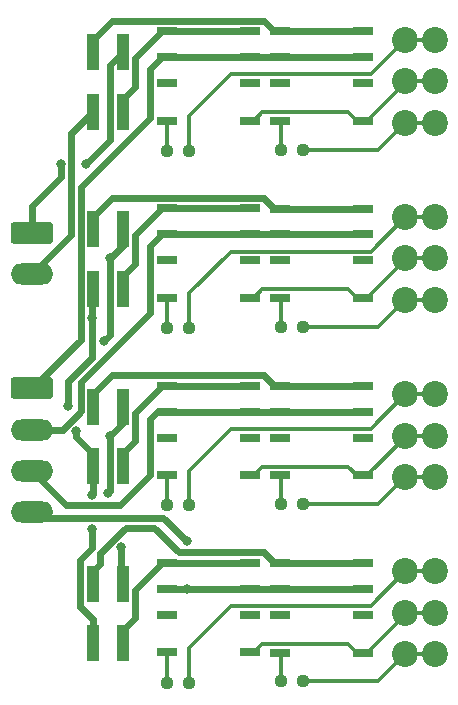
<source format=gbr>
%TF.GenerationSoftware,KiCad,Pcbnew,8.0.8*%
%TF.CreationDate,2025-02-08T13:09:18+01:00*%
%TF.ProjectId,Mk2-relayExtension,4d6b322d-7265-46c6-9179-457874656e73,rev?*%
%TF.SameCoordinates,Original*%
%TF.FileFunction,Copper,L1,Top*%
%TF.FilePolarity,Positive*%
%FSLAX46Y46*%
G04 Gerber Fmt 4.6, Leading zero omitted, Abs format (unit mm)*
G04 Created by KiCad (PCBNEW 8.0.8) date 2025-02-08 13:09:18*
%MOMM*%
%LPD*%
G01*
G04 APERTURE LIST*
G04 Aperture macros list*
%AMRoundRect*
0 Rectangle with rounded corners*
0 $1 Rounding radius*
0 $2 $3 $4 $5 $6 $7 $8 $9 X,Y pos of 4 corners*
0 Add a 4 corners polygon primitive as box body*
4,1,4,$2,$3,$4,$5,$6,$7,$8,$9,$2,$3,0*
0 Add four circle primitives for the rounded corners*
1,1,$1+$1,$2,$3*
1,1,$1+$1,$4,$5*
1,1,$1+$1,$6,$7*
1,1,$1+$1,$8,$9*
0 Add four rect primitives between the rounded corners*
20,1,$1+$1,$2,$3,$4,$5,0*
20,1,$1+$1,$4,$5,$6,$7,0*
20,1,$1+$1,$6,$7,$8,$9,0*
20,1,$1+$1,$8,$9,$2,$3,0*%
G04 Aperture macros list end*
%TA.AperFunction,SMDPad,CuDef*%
%ADD10R,1.800000X0.800000*%
%TD*%
%TA.AperFunction,ComponentPad*%
%ADD11C,2.200000*%
%TD*%
%TA.AperFunction,SMDPad,CuDef*%
%ADD12RoundRect,0.237500X-0.250000X-0.237500X0.250000X-0.237500X0.250000X0.237500X-0.250000X0.237500X0*%
%TD*%
%TA.AperFunction,SMDPad,CuDef*%
%ADD13R,1.000000X3.150000*%
%TD*%
%TA.AperFunction,ComponentPad*%
%ADD14RoundRect,0.250000X-1.550000X0.650000X-1.550000X-0.650000X1.550000X-0.650000X1.550000X0.650000X0*%
%TD*%
%TA.AperFunction,ComponentPad*%
%ADD15O,3.600000X1.800000*%
%TD*%
%TA.AperFunction,ViaPad*%
%ADD16C,0.800000*%
%TD*%
%TA.AperFunction,Conductor*%
%ADD17C,0.300000*%
%TD*%
%TA.AperFunction,Conductor*%
%ADD18C,0.600000*%
%TD*%
G04 APERTURE END LIST*
D10*
%TO.P,K701,1*%
%TO.N,+12V*%
X223337000Y-131858000D03*
%TO.P,K701,2*%
%TO.N,unconnected-(K701-Pad2)*%
X223337000Y-128658000D03*
%TO.P,K701,3*%
%TO.N,/frog/Frog4*%
X223337000Y-126458000D03*
%TO.P,K701,4*%
%TO.N,Net-(J701-Pin_3)*%
X223337000Y-124258000D03*
%TO.P,K701,5*%
X216337000Y-124258000D03*
%TO.P,K701,6*%
%TO.N,/frog/Frog4*%
X216337000Y-126458000D03*
%TO.P,K701,7*%
%TO.N,unconnected-(K701-Pad7)*%
X216337000Y-128658000D03*
%TO.P,K701,8*%
%TO.N,Net-(K701-Pad8)*%
X216337000Y-131858000D03*
%TD*%
D11*
%TO.P,J702,1,Pin_1*%
%TO.N,/relay4/Coil2*%
X236500000Y-125000000D03*
X239000000Y-125000000D03*
%TO.P,J702,2,Pin_2*%
%TO.N,+12V*%
X236500000Y-128500000D03*
X239000000Y-128500000D03*
%TO.P,J702,3,Pin_3*%
%TO.N,/relay4/Coil1*%
X236500000Y-132000000D03*
X239000000Y-132000000D03*
%TD*%
D12*
%TO.P,R302,1*%
%TO.N,Net-(K301-Pad8)*%
X216384500Y-104408000D03*
%TO.P,R302,2*%
%TO.N,/relay2/Coil2*%
X218209500Y-104408000D03*
%TD*%
D13*
%TO.P,J701,1,Pin_1*%
%TO.N,DCC_A*%
X210058000Y-131091000D03*
%TO.P,J701,2,Pin_2*%
%TO.N,Net-(J701-Pin_2)*%
X210058000Y-126041000D03*
%TO.P,J701,3,Pin_3*%
%TO.N,Net-(J701-Pin_3)*%
X212598000Y-131091000D03*
%TO.P,J701,4,Pin_4*%
%TO.N,DCC_B*%
X212598000Y-126041000D03*
%TD*%
D12*
%TO.P,R701,1*%
%TO.N,Net-(K702-Pad8)*%
X226036500Y-134281000D03*
%TO.P,R701,2*%
%TO.N,/relay4/Coil1*%
X227861500Y-134281000D03*
%TD*%
D10*
%TO.P,K502,1*%
%TO.N,+12V*%
X232933000Y-116868000D03*
%TO.P,K502,2*%
%TO.N,unconnected-(K502-Pad2)*%
X232933000Y-113668000D03*
%TO.P,K502,3*%
%TO.N,/frog/Frog3*%
X232933000Y-111468000D03*
%TO.P,K502,4*%
%TO.N,Net-(J501-Pin_2)*%
X232933000Y-109268000D03*
%TO.P,K502,5*%
X225933000Y-109268000D03*
%TO.P,K502,6*%
%TO.N,/frog/Frog3*%
X225933000Y-111468000D03*
%TO.P,K502,7*%
%TO.N,unconnected-(K502-Pad7)*%
X225933000Y-113668000D03*
%TO.P,K502,8*%
%TO.N,Net-(K502-Pad8)*%
X225933000Y-116868000D03*
%TD*%
D14*
%TO.P,J401,1,Pin_1*%
%TO.N,/frog/Frog1*%
X204932500Y-109500000D03*
D15*
%TO.P,J401,2,Pin_2*%
%TO.N,/frog/Frog2*%
X204932500Y-113000000D03*
%TO.P,J401,3,Pin_3*%
%TO.N,/frog/Frog3*%
X204932500Y-116500000D03*
%TO.P,J401,4,Pin_4*%
%TO.N,/frog/Frog4*%
X204932500Y-120000000D03*
%TD*%
D10*
%TO.P,K501,1*%
%TO.N,+12V*%
X223337000Y-116858000D03*
%TO.P,K501,2*%
%TO.N,unconnected-(K501-Pad2)*%
X223337000Y-113658000D03*
%TO.P,K501,3*%
%TO.N,/frog/Frog3*%
X223337000Y-111458000D03*
%TO.P,K501,4*%
%TO.N,Net-(J501-Pin_3)*%
X223337000Y-109258000D03*
%TO.P,K501,5*%
X216337000Y-109258000D03*
%TO.P,K501,6*%
%TO.N,/frog/Frog3*%
X216337000Y-111458000D03*
%TO.P,K501,7*%
%TO.N,unconnected-(K501-Pad7)*%
X216337000Y-113658000D03*
%TO.P,K501,8*%
%TO.N,Net-(K501-Pad8)*%
X216337000Y-116858000D03*
%TD*%
D14*
%TO.P,J601,1,Pin_1*%
%TO.N,DCC_B*%
X204932500Y-96305000D03*
D15*
%TO.P,J601,2,Pin_2*%
%TO.N,DCC_A*%
X204932500Y-99805000D03*
%TD*%
D12*
%TO.P,R501,1*%
%TO.N,Net-(K502-Pad8)*%
X226036500Y-119281000D03*
%TO.P,R501,2*%
%TO.N,/relay3/Coil1*%
X227861500Y-119281000D03*
%TD*%
%TO.P,R202,1*%
%TO.N,Net-(K201-Pad8)*%
X216384500Y-89408000D03*
%TO.P,R202,2*%
%TO.N,/relay1/Coil2*%
X218209500Y-89408000D03*
%TD*%
D10*
%TO.P,K202,1*%
%TO.N,+12V*%
X232933000Y-86868000D03*
%TO.P,K202,2*%
%TO.N,unconnected-(K202-Pad2)*%
X232933000Y-83668000D03*
%TO.P,K202,3*%
%TO.N,/frog/Frog1*%
X232933000Y-81468000D03*
%TO.P,K202,4*%
%TO.N,Net-(J201-Pin_2)*%
X232933000Y-79268000D03*
%TO.P,K202,5*%
X225933000Y-79268000D03*
%TO.P,K202,6*%
%TO.N,/frog/Frog1*%
X225933000Y-81468000D03*
%TO.P,K202,7*%
%TO.N,unconnected-(K202-Pad7)*%
X225933000Y-83668000D03*
%TO.P,K202,8*%
%TO.N,Net-(K202-Pad8)*%
X225933000Y-86868000D03*
%TD*%
D12*
%TO.P,R301,1*%
%TO.N,Net-(K302-Pad8)*%
X226036500Y-104281000D03*
%TO.P,R301,2*%
%TO.N,/relay2/Coil1*%
X227861500Y-104281000D03*
%TD*%
D10*
%TO.P,K301,1*%
%TO.N,+12V*%
X223337000Y-101858000D03*
%TO.P,K301,2*%
%TO.N,unconnected-(K301-Pad2)*%
X223337000Y-98658000D03*
%TO.P,K301,3*%
%TO.N,/frog/Frog2*%
X223337000Y-96458000D03*
%TO.P,K301,4*%
%TO.N,Net-(J301-Pin_3)*%
X223337000Y-94258000D03*
%TO.P,K301,5*%
X216337000Y-94258000D03*
%TO.P,K301,6*%
%TO.N,/frog/Frog2*%
X216337000Y-96458000D03*
%TO.P,K301,7*%
%TO.N,unconnected-(K301-Pad7)*%
X216337000Y-98658000D03*
%TO.P,K301,8*%
%TO.N,Net-(K301-Pad8)*%
X216337000Y-101858000D03*
%TD*%
D13*
%TO.P,J501,1,Pin_1*%
%TO.N,DCC_A*%
X210058000Y-116091000D03*
%TO.P,J501,2,Pin_2*%
%TO.N,Net-(J501-Pin_2)*%
X210058000Y-111041000D03*
%TO.P,J501,3,Pin_3*%
%TO.N,Net-(J501-Pin_3)*%
X212598000Y-116091000D03*
%TO.P,J501,4,Pin_4*%
%TO.N,DCC_B*%
X212598000Y-111041000D03*
%TD*%
D11*
%TO.P,J302,1,Pin_1*%
%TO.N,/relay2/Coil2*%
X236500000Y-95000000D03*
X239000000Y-95000000D03*
%TO.P,J302,2,Pin_2*%
%TO.N,+12V*%
X236500000Y-98500000D03*
X239000000Y-98500000D03*
%TO.P,J302,3,Pin_3*%
%TO.N,/relay2/Coil1*%
X236500000Y-102000000D03*
X239000000Y-102000000D03*
%TD*%
D10*
%TO.P,K702,1*%
%TO.N,+12V*%
X232933000Y-131868000D03*
%TO.P,K702,2*%
%TO.N,unconnected-(K702-Pad2)*%
X232933000Y-128668000D03*
%TO.P,K702,3*%
%TO.N,/frog/Frog4*%
X232933000Y-126468000D03*
%TO.P,K702,4*%
%TO.N,Net-(J701-Pin_2)*%
X232933000Y-124268000D03*
%TO.P,K702,5*%
X225933000Y-124268000D03*
%TO.P,K702,6*%
%TO.N,/frog/Frog4*%
X225933000Y-126468000D03*
%TO.P,K702,7*%
%TO.N,unconnected-(K702-Pad7)*%
X225933000Y-128668000D03*
%TO.P,K702,8*%
%TO.N,Net-(K702-Pad8)*%
X225933000Y-131868000D03*
%TD*%
D13*
%TO.P,J201,1,Pin_1*%
%TO.N,DCC_A*%
X210058000Y-86091000D03*
%TO.P,J201,2,Pin_2*%
%TO.N,Net-(J201-Pin_2)*%
X210058000Y-81041000D03*
%TO.P,J201,3,Pin_3*%
%TO.N,Net-(J201-Pin_3)*%
X212598000Y-86091000D03*
%TO.P,J201,4,Pin_4*%
%TO.N,DCC_B*%
X212598000Y-81041000D03*
%TD*%
%TO.P,J301,1,Pin_1*%
%TO.N,DCC_A*%
X210058000Y-101091000D03*
%TO.P,J301,2,Pin_2*%
%TO.N,Net-(J301-Pin_2)*%
X210058000Y-96041000D03*
%TO.P,J301,3,Pin_3*%
%TO.N,Net-(J301-Pin_3)*%
X212598000Y-101091000D03*
%TO.P,J301,4,Pin_4*%
%TO.N,DCC_B*%
X212598000Y-96041000D03*
%TD*%
D11*
%TO.P,J502,1,Pin_1*%
%TO.N,/relay3/Coil2*%
X236500000Y-110000000D03*
X239000000Y-110000000D03*
%TO.P,J502,2,Pin_2*%
%TO.N,+12V*%
X236500000Y-113500000D03*
X239000000Y-113500000D03*
%TO.P,J502,3,Pin_3*%
%TO.N,/relay3/Coil1*%
X236500000Y-117000000D03*
X239000000Y-117000000D03*
%TD*%
D10*
%TO.P,K201,1*%
%TO.N,+12V*%
X223337000Y-86858000D03*
%TO.P,K201,2*%
%TO.N,unconnected-(K201-Pad2)*%
X223337000Y-83658000D03*
%TO.P,K201,3*%
%TO.N,/frog/Frog1*%
X223337000Y-81458000D03*
%TO.P,K201,4*%
%TO.N,Net-(J201-Pin_3)*%
X223337000Y-79258000D03*
%TO.P,K201,5*%
X216337000Y-79258000D03*
%TO.P,K201,6*%
%TO.N,/frog/Frog1*%
X216337000Y-81458000D03*
%TO.P,K201,7*%
%TO.N,unconnected-(K201-Pad7)*%
X216337000Y-83658000D03*
%TO.P,K201,8*%
%TO.N,Net-(K201-Pad8)*%
X216337000Y-86858000D03*
%TD*%
D12*
%TO.P,R201,1*%
%TO.N,Net-(K202-Pad8)*%
X226036500Y-89281000D03*
%TO.P,R201,2*%
%TO.N,/relay1/Coil1*%
X227861500Y-89281000D03*
%TD*%
%TO.P,R502,1*%
%TO.N,Net-(K501-Pad8)*%
X216384500Y-119408000D03*
%TO.P,R502,2*%
%TO.N,/relay3/Coil2*%
X218209500Y-119408000D03*
%TD*%
D11*
%TO.P,J202,1,Pin_1*%
%TO.N,/relay1/Coil2*%
X236500000Y-80000000D03*
X239000000Y-80000000D03*
%TO.P,J202,2,Pin_2*%
%TO.N,+12V*%
X236500000Y-83500000D03*
X239000000Y-83500000D03*
%TO.P,J202,3,Pin_3*%
%TO.N,/relay1/Coil1*%
X236500000Y-87000000D03*
X239000000Y-87000000D03*
%TD*%
D12*
%TO.P,R702,1*%
%TO.N,Net-(K701-Pad8)*%
X216384500Y-134408000D03*
%TO.P,R702,2*%
%TO.N,/relay4/Coil2*%
X218209500Y-134408000D03*
%TD*%
D10*
%TO.P,K302,1*%
%TO.N,+12V*%
X232933000Y-101868000D03*
%TO.P,K302,2*%
%TO.N,unconnected-(K302-Pad2)*%
X232933000Y-98668000D03*
%TO.P,K302,3*%
%TO.N,/frog/Frog2*%
X232933000Y-96468000D03*
%TO.P,K302,4*%
%TO.N,Net-(J301-Pin_2)*%
X232933000Y-94268000D03*
%TO.P,K302,5*%
X225933000Y-94268000D03*
%TO.P,K302,6*%
%TO.N,/frog/Frog2*%
X225933000Y-96468000D03*
%TO.P,K302,7*%
%TO.N,unconnected-(K302-Pad7)*%
X225933000Y-98668000D03*
%TO.P,K302,8*%
%TO.N,Net-(K302-Pad8)*%
X225933000Y-101868000D03*
%TD*%
D16*
%TO.N,DCC_A*%
X208000000Y-111000000D03*
X210000000Y-118500000D03*
X208636397Y-113136397D03*
X210000000Y-121400000D03*
X210000000Y-103500000D03*
%TO.N,DCC_B*%
X211000000Y-105500000D03*
X211328000Y-118364000D03*
X209500000Y-90500000D03*
X211500000Y-98500000D03*
X212481582Y-122946582D03*
X211500000Y-113500000D03*
X207358000Y-90500000D03*
%TO.N,/frog/Frog4*%
X218000000Y-126468000D03*
X218000000Y-122458000D03*
%TD*%
D17*
%TO.N,/relay1/Coil2*%
X239000000Y-80000000D02*
X236500000Y-80000000D01*
X218209500Y-89408000D02*
X218209500Y-86463500D01*
X233592000Y-82908000D02*
X236500000Y-80000000D01*
X218209500Y-86463500D02*
X221765000Y-82908000D01*
X221765000Y-82908000D02*
X233592000Y-82908000D01*
%TO.N,/relay1/Coil1*%
X239000000Y-87000000D02*
X236500000Y-87000000D01*
X227861500Y-89281000D02*
X234219000Y-89281000D01*
X234219000Y-89281000D02*
X236500000Y-87000000D01*
%TO.N,+12V*%
X233299000Y-116868000D02*
X236500000Y-113667000D01*
X231660000Y-116118000D02*
X224427500Y-116118000D01*
X231660000Y-101118000D02*
X224427500Y-101118000D01*
X232410000Y-86868000D02*
X231660000Y-86118000D01*
X232933000Y-86868000D02*
X232410000Y-86868000D01*
X223687500Y-86858000D02*
X223337000Y-86858000D01*
X233299000Y-101868000D02*
X236500000Y-98667000D01*
X233299000Y-131868000D02*
X236500000Y-128667000D01*
X224427500Y-116118000D02*
X223687500Y-116858000D01*
X239000000Y-83500000D02*
X236500000Y-83500000D01*
X236500000Y-83667000D02*
X236500000Y-83500000D01*
X236500000Y-98667000D02*
X236500000Y-98500000D01*
X224427500Y-131118000D02*
X223687500Y-131858000D01*
X232933000Y-86868000D02*
X233299000Y-86868000D01*
X231660000Y-131118000D02*
X224427500Y-131118000D01*
X239000000Y-98500000D02*
X236500000Y-98500000D01*
X231660000Y-86118000D02*
X224427500Y-86118000D01*
X224427500Y-101118000D02*
X223687500Y-101858000D01*
X232933000Y-131868000D02*
X233299000Y-131868000D01*
X232410000Y-131868000D02*
X231660000Y-131118000D01*
X232933000Y-116868000D02*
X233299000Y-116868000D01*
X232410000Y-101868000D02*
X231660000Y-101118000D01*
X236500000Y-128667000D02*
X236500000Y-128500000D01*
X232933000Y-101868000D02*
X232410000Y-101868000D01*
X232410000Y-116868000D02*
X231660000Y-116118000D01*
X223687500Y-116858000D02*
X223337000Y-116858000D01*
X223687500Y-101858000D02*
X223337000Y-101858000D01*
X239000000Y-128500000D02*
X236500000Y-128500000D01*
X224427500Y-86118000D02*
X223687500Y-86858000D01*
X232933000Y-116868000D02*
X232410000Y-116868000D01*
X232933000Y-101868000D02*
X233299000Y-101868000D01*
X223687500Y-131858000D02*
X223337000Y-131858000D01*
X232933000Y-131868000D02*
X232410000Y-131868000D01*
X236500000Y-113667000D02*
X236500000Y-113500000D01*
X239000000Y-113500000D02*
X236500000Y-113500000D01*
X233299000Y-86868000D02*
X236500000Y-83667000D01*
%TO.N,/relay2/Coil2*%
X218209500Y-101463500D02*
X221765000Y-97908000D01*
X233592000Y-97908000D02*
X236500000Y-95000000D01*
X218209500Y-104408000D02*
X218209500Y-101463500D01*
X239000000Y-95000000D02*
X236500000Y-95000000D01*
X221765000Y-97908000D02*
X233592000Y-97908000D01*
%TO.N,/relay2/Coil1*%
X227861500Y-104281000D02*
X234219000Y-104281000D01*
X239000000Y-102000000D02*
X236500000Y-102000000D01*
X234219000Y-104281000D02*
X236500000Y-102000000D01*
%TO.N,/relay3/Coil1*%
X227861500Y-119281000D02*
X234219000Y-119281000D01*
X234219000Y-119281000D02*
X236500000Y-117000000D01*
X239000000Y-117000000D02*
X236500000Y-117000000D01*
%TO.N,/relay3/Coil2*%
X218209500Y-116463500D02*
X221765000Y-112908000D01*
X221765000Y-112908000D02*
X233592000Y-112908000D01*
X218209500Y-119408000D02*
X218209500Y-116463500D01*
X233592000Y-112908000D02*
X236500000Y-110000000D01*
X239000000Y-110000000D02*
X236500000Y-110000000D01*
%TO.N,/relay4/Coil1*%
X227861500Y-134281000D02*
X234219000Y-134281000D01*
X239000000Y-132000000D02*
X236500000Y-132000000D01*
X234219000Y-134281000D02*
X236500000Y-132000000D01*
%TO.N,/relay4/Coil2*%
X239000000Y-125000000D02*
X236500000Y-125000000D01*
X218209500Y-134408000D02*
X218209500Y-131463500D01*
X221765000Y-127908000D02*
X233592000Y-127908000D01*
X218209500Y-131463500D02*
X221765000Y-127908000D01*
X233592000Y-127908000D02*
X236500000Y-125000000D01*
D18*
%TO.N,Net-(J201-Pin_3)*%
X213598000Y-83963000D02*
X213598000Y-81550000D01*
X212598000Y-84963000D02*
X213598000Y-83963000D01*
X216337000Y-79258000D02*
X223337000Y-79258000D01*
X212598000Y-86091000D02*
X212598000Y-84963000D01*
X215890000Y-79258000D02*
X216337000Y-79258000D01*
X213598000Y-81550000D02*
X215890000Y-79258000D01*
%TO.N,Net-(J201-Pin_2)*%
X211666000Y-78358000D02*
X224535000Y-78358000D01*
X232933000Y-79268000D02*
X225933000Y-79268000D01*
X210058000Y-79966000D02*
X211666000Y-78358000D01*
X225445000Y-79268000D02*
X225933000Y-79268000D01*
X224535000Y-78358000D02*
X225445000Y-79268000D01*
X210058000Y-81041000D02*
X210058000Y-79966000D01*
%TO.N,DCC_A*%
X210058000Y-118442000D02*
X210000000Y-118500000D01*
X208258000Y-96479500D02*
X204932500Y-99805000D01*
X210058000Y-116091000D02*
X210058000Y-118442000D01*
X209000000Y-124024000D02*
X209000000Y-128000000D01*
X209000000Y-128000000D02*
X210058000Y-129058000D01*
X210058000Y-86091000D02*
X208258000Y-87891000D01*
X210000000Y-121400000D02*
X210000000Y-123024000D01*
X208000000Y-108892630D02*
X208000000Y-111000000D01*
X210000000Y-123024000D02*
X209000000Y-124024000D01*
X208258000Y-87891000D02*
X208258000Y-96479500D01*
X210000000Y-103500000D02*
X210000000Y-106892630D01*
X210000000Y-101149000D02*
X210058000Y-101091000D01*
X210058000Y-115058000D02*
X210058000Y-116091000D01*
X210000000Y-106892630D02*
X208000000Y-108892630D01*
X208636397Y-113636397D02*
X210058000Y-115058000D01*
X208636397Y-113136397D02*
X208636397Y-113636397D01*
X210058000Y-129058000D02*
X210058000Y-131091000D01*
X210000000Y-103500000D02*
X210000000Y-101149000D01*
%TO.N,DCC_B*%
X211500000Y-113500000D02*
X211500000Y-118192000D01*
X211500000Y-105000000D02*
X211000000Y-105500000D01*
X212598000Y-112402000D02*
X212598000Y-111041000D01*
X212481582Y-125924582D02*
X212598000Y-126041000D01*
X212598000Y-81041000D02*
X211500000Y-82139000D01*
X204932500Y-94067500D02*
X204932500Y-96305000D01*
X211500000Y-118192000D02*
X211328000Y-118364000D01*
X207358000Y-90500000D02*
X207358000Y-91642000D01*
X212481582Y-122946582D02*
X212481582Y-125924582D01*
X211500000Y-113500000D02*
X212598000Y-112402000D01*
X211500000Y-88500000D02*
X209500000Y-90500000D01*
X207358000Y-91642000D02*
X204932500Y-94067500D01*
X211500000Y-98500000D02*
X211500000Y-105000000D01*
X211500000Y-82139000D02*
X211500000Y-88500000D01*
X211500000Y-98500000D02*
X212598000Y-97402000D01*
X212598000Y-97402000D02*
X212598000Y-96041000D01*
%TO.N,Net-(J301-Pin_2)*%
X224535000Y-93358000D02*
X225445000Y-94268000D01*
X211666000Y-93358000D02*
X224535000Y-93358000D01*
X232933000Y-94268000D02*
X225933000Y-94268000D01*
X210058000Y-94966000D02*
X211666000Y-93358000D01*
X225445000Y-94268000D02*
X225933000Y-94268000D01*
X210058000Y-96041000D02*
X210058000Y-94966000D01*
%TO.N,Net-(J301-Pin_3)*%
X212598000Y-101091000D02*
X212598000Y-99963000D01*
X216337000Y-94258000D02*
X223337000Y-94258000D01*
X212598000Y-99963000D02*
X213598000Y-98963000D01*
X215890000Y-94258000D02*
X216337000Y-94258000D01*
X213598000Y-98963000D02*
X213598000Y-96550000D01*
X213598000Y-96550000D02*
X215890000Y-94258000D01*
%TO.N,/frog/Frog4*%
X216042000Y-120500000D02*
X206216250Y-120500000D01*
X232933000Y-126468000D02*
X218000000Y-126468000D01*
X216337000Y-126458000D02*
X217990000Y-126458000D01*
X218000000Y-122458000D02*
X216042000Y-120500000D01*
X205716250Y-120000000D02*
X204932500Y-120000000D01*
X206216250Y-120500000D02*
X205716250Y-120000000D01*
X217990000Y-126458000D02*
X218000000Y-126468000D01*
%TO.N,/frog/Frog2*%
X214937000Y-103087000D02*
X214937000Y-97460500D01*
X207500000Y-113000000D02*
X209058000Y-111442000D01*
X216347000Y-96468000D02*
X216337000Y-96458000D01*
X209058000Y-108966000D02*
X214937000Y-103087000D01*
X204932500Y-113000000D02*
X207500000Y-113000000D01*
X232933000Y-96468000D02*
X216347000Y-96468000D01*
X214937000Y-97460500D02*
X215939500Y-96458000D01*
X209058000Y-111442000D02*
X209058000Y-108966000D01*
X215939500Y-96458000D02*
X216337000Y-96458000D01*
%TO.N,/frog/Frog1*%
X214937000Y-86563000D02*
X214937000Y-82460500D01*
X216347000Y-81468000D02*
X216337000Y-81458000D01*
X215939500Y-81458000D02*
X216337000Y-81458000D01*
X214937000Y-82460500D02*
X215939500Y-81458000D01*
X209058000Y-105374500D02*
X209058000Y-92442000D01*
X209058000Y-92442000D02*
X214937000Y-86563000D01*
X204932500Y-109500000D02*
X209058000Y-105374500D01*
X232933000Y-81468000D02*
X216347000Y-81468000D01*
%TO.N,/frog/Frog3*%
X216337000Y-111458000D02*
X215542000Y-111458000D01*
X214937000Y-112063000D02*
X214937000Y-116827000D01*
X232933000Y-111468000D02*
X216347000Y-111468000D01*
X207832500Y-119400000D02*
X204932500Y-116500000D01*
X212364000Y-119400000D02*
X207832500Y-119400000D01*
X214937000Y-116827000D02*
X212364000Y-119400000D01*
X215542000Y-111458000D02*
X214937000Y-112063000D01*
X216347000Y-111468000D02*
X216337000Y-111458000D01*
%TO.N,Net-(J501-Pin_2)*%
X224535000Y-108358000D02*
X225445000Y-109268000D01*
X225445000Y-109268000D02*
X225933000Y-109268000D01*
X210058000Y-109966000D02*
X211666000Y-108358000D01*
X210058000Y-111041000D02*
X210058000Y-109966000D01*
X232933000Y-109268000D02*
X225933000Y-109268000D01*
X211666000Y-108358000D02*
X224535000Y-108358000D01*
%TO.N,Net-(J501-Pin_3)*%
X212598000Y-116091000D02*
X212598000Y-114963000D01*
X216337000Y-109258000D02*
X223337000Y-109258000D01*
X213598000Y-111550000D02*
X215890000Y-109258000D01*
X212598000Y-114963000D02*
X213598000Y-113963000D01*
X215890000Y-109258000D02*
X216337000Y-109258000D01*
X213598000Y-113963000D02*
X213598000Y-111550000D01*
%TO.N,Net-(J701-Pin_3)*%
X215890000Y-124258000D02*
X216337000Y-124258000D01*
X212598000Y-129963000D02*
X213598000Y-128963000D01*
X213598000Y-128963000D02*
X213598000Y-126550000D01*
X212598000Y-131091000D02*
X212598000Y-129963000D01*
X213598000Y-126550000D02*
X215890000Y-124258000D01*
X216337000Y-124258000D02*
X223337000Y-124258000D01*
%TO.N,Net-(J701-Pin_2)*%
X212855370Y-121300000D02*
X210692000Y-123463370D01*
X210692000Y-123463370D02*
X210692000Y-124332000D01*
X224535000Y-123358000D02*
X217338000Y-123358000D01*
X210692000Y-124332000D02*
X210058000Y-124966000D01*
X225933000Y-124268000D02*
X225445000Y-124268000D01*
X232933000Y-124268000D02*
X225933000Y-124268000D01*
X225445000Y-124268000D02*
X224535000Y-123358000D01*
X215280000Y-121300000D02*
X212855370Y-121300000D01*
X217338000Y-123358000D02*
X215280000Y-121300000D01*
X210058000Y-124966000D02*
X210058000Y-126041000D01*
D17*
%TO.N,Net-(K201-Pad8)*%
X216384500Y-86905500D02*
X216337000Y-86858000D01*
X216384500Y-89408000D02*
X216384500Y-86905500D01*
%TO.N,Net-(K202-Pad8)*%
X226036500Y-86971500D02*
X225933000Y-86868000D01*
X226036500Y-89281000D02*
X226036500Y-86971500D01*
%TO.N,Net-(K301-Pad8)*%
X216384500Y-104408000D02*
X216384500Y-101905500D01*
X216384500Y-101905500D02*
X216337000Y-101858000D01*
%TO.N,Net-(K302-Pad8)*%
X226036500Y-104281000D02*
X226036500Y-101971500D01*
X226036500Y-101971500D02*
X225933000Y-101868000D01*
%TO.N,Net-(K501-Pad8)*%
X216384500Y-116905500D02*
X216337000Y-116858000D01*
X216384500Y-119408000D02*
X216384500Y-116905500D01*
%TO.N,Net-(K502-Pad8)*%
X226036500Y-119281000D02*
X226036500Y-116971500D01*
X226036500Y-116971500D02*
X225933000Y-116868000D01*
%TO.N,Net-(K701-Pad8)*%
X216384500Y-131905500D02*
X216337000Y-131858000D01*
X216384500Y-134408000D02*
X216384500Y-131905500D01*
%TO.N,Net-(K702-Pad8)*%
X226036500Y-134281000D02*
X226036500Y-131971500D01*
X226036500Y-131971500D02*
X225933000Y-131868000D01*
%TD*%
M02*

</source>
